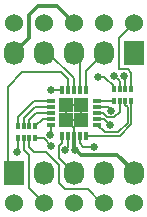
<source format=gbr>
G04 #@! TF.FileFunction,Copper,L1,Top,Signal*
%FSLAX46Y46*%
G04 Gerber Fmt 4.6, Leading zero omitted, Abs format (unit mm)*
G04 Created by KiCad (PCBNEW 4.0.2+dfsg1-stable) date Tue 16 May 2017 12:42:15 BST*
%MOMM*%
G01*
G04 APERTURE LIST*
%ADD10C,0.100000*%
%ADD11R,0.730000X0.300000*%
%ADD12R,0.300000X0.730000*%
%ADD13R,1.250000X1.250000*%
%ADD14R,0.400000X0.500000*%
%ADD15R,0.300000X0.500000*%
%ADD16C,1.524000*%
%ADD17R,1.727200X2.032000*%
%ADD18O,1.727200X2.032000*%
%ADD19C,0.650000*%
%ADD20C,0.152400*%
%ADD21C,0.300000*%
G04 APERTURE END LIST*
D10*
D11*
X193234000Y-108220000D03*
X193234000Y-108720000D03*
X193234000Y-109220000D03*
X193234000Y-109720000D03*
X193234000Y-110220000D03*
D12*
X194199000Y-111185000D03*
X194699000Y-111185000D03*
X195199000Y-111185000D03*
X195699000Y-111185000D03*
X196199000Y-111185000D03*
D11*
X197164000Y-110220000D03*
X197164000Y-109720000D03*
X197164000Y-109220000D03*
X197164000Y-108720000D03*
X197164000Y-108220000D03*
D12*
X196199000Y-107255000D03*
X195699000Y-107255000D03*
X195199000Y-107255000D03*
X194699000Y-107255000D03*
X194199000Y-107255000D03*
D13*
X195824000Y-109845000D03*
X195824000Y-108595000D03*
X194574000Y-109845000D03*
X194574000Y-108595000D03*
D14*
X191948500Y-110371000D03*
D15*
X190948500Y-110371000D03*
X191448500Y-110371000D03*
D14*
X190448500Y-110371000D03*
D15*
X191448500Y-111371000D03*
D14*
X191948500Y-111371000D03*
D15*
X190948500Y-111371000D03*
D14*
X190448500Y-111371000D03*
X198576500Y-108196000D03*
D15*
X199576500Y-108196000D03*
X199076500Y-108196000D03*
D14*
X200076500Y-108196000D03*
D15*
X199076500Y-107196000D03*
D14*
X198576500Y-107196000D03*
D15*
X199576500Y-107196000D03*
D14*
X200076500Y-107196000D03*
D16*
X190119000Y-116840000D03*
X192659000Y-116840000D03*
X195199000Y-116840000D03*
X197739000Y-116840000D03*
X200279000Y-116840000D03*
X200279000Y-101600000D03*
X197739000Y-101600000D03*
X195199000Y-101600000D03*
X192659000Y-101600000D03*
X190119000Y-101600000D03*
D17*
X190119000Y-114300000D03*
D18*
X192659000Y-114300000D03*
X195199000Y-114300000D03*
X197739000Y-114300000D03*
X200279000Y-114300000D03*
D17*
X200279000Y-104140000D03*
D18*
X197739000Y-104140000D03*
X195199000Y-104140000D03*
X192659000Y-104140000D03*
X190119000Y-104140000D03*
D19*
X196913500Y-112141000D03*
X195326000Y-112331500D03*
X193294000Y-107251500D03*
X193230500Y-111061500D03*
X198374000Y-109029500D03*
X190373000Y-112522000D03*
X193294000Y-112014000D03*
X199453500Y-106108500D03*
X198628000Y-106108500D03*
X197294500Y-106172000D03*
X198247000Y-110236000D03*
X194500500Y-112331500D03*
D20*
X195699000Y-111815500D02*
X195699000Y-111185000D01*
X195961000Y-112077500D02*
X195699000Y-111815500D01*
X196850000Y-112077500D02*
X195961000Y-112077500D01*
X196913500Y-112141000D02*
X196850000Y-112077500D01*
D21*
X195199000Y-101600000D02*
X193802000Y-100203000D01*
X193802000Y-100203000D02*
X192151000Y-100203000D01*
X192151000Y-100203000D02*
X191389000Y-100965000D01*
X191389000Y-100965000D02*
X191389000Y-102870000D01*
X191389000Y-102870000D02*
X190119000Y-104140000D01*
D20*
X190119000Y-104140000D02*
X190119000Y-103886000D01*
X195326000Y-112331500D02*
X195357750Y-112299750D01*
X195357750Y-112299750D02*
X195326000Y-112331500D01*
X195326000Y-112331500D02*
X195326000Y-112268000D01*
D21*
X200279000Y-114300000D02*
X200279000Y-114173000D01*
X200279000Y-114173000D02*
X198882000Y-112776000D01*
X195199000Y-112141000D02*
X195199000Y-111185000D01*
X195834000Y-112776000D02*
X195326000Y-112268000D01*
X195326000Y-112268000D02*
X195199000Y-112141000D01*
X198882000Y-112776000D02*
X195834000Y-112776000D01*
D20*
X195199000Y-111185000D02*
X195199000Y-110470000D01*
X195199000Y-110470000D02*
X194574000Y-109845000D01*
X194574000Y-109845000D02*
X194574000Y-108595000D01*
X194574000Y-108595000D02*
X195824000Y-108595000D01*
X195824000Y-108595000D02*
X195824000Y-109845000D01*
X195824000Y-109845000D02*
X194574000Y-109845000D01*
X190119000Y-114300000D02*
X190119000Y-113855500D01*
X190119000Y-113855500D02*
X189611000Y-113347500D01*
X189611000Y-113347500D02*
X189611000Y-106997500D01*
X189611000Y-106997500D02*
X190817500Y-105791000D01*
X190817500Y-105791000D02*
X194119500Y-105791000D01*
X194119500Y-105791000D02*
X194699000Y-106370500D01*
X194699000Y-106370500D02*
X194699000Y-107255000D01*
X193297500Y-107255000D02*
X194199000Y-107255000D01*
X193294000Y-107251500D02*
X193297500Y-107255000D01*
X193234000Y-110220000D02*
X193234000Y-111058000D01*
X193234000Y-111058000D02*
X193230500Y-111061500D01*
X194199000Y-111185000D02*
X194199000Y-111744000D01*
X193929000Y-113030000D02*
X195199000Y-114300000D01*
X193929000Y-112014000D02*
X193929000Y-113030000D01*
X194199000Y-111744000D02*
X193929000Y-112014000D01*
X195199000Y-114300000D02*
X195058556Y-114300000D01*
X195199000Y-114300000D02*
X195135500Y-114300000D01*
X195199000Y-107255000D02*
X195199000Y-106299000D01*
X195199000Y-106299000D02*
X193040000Y-104140000D01*
X193040000Y-104140000D02*
X192659000Y-104140000D01*
X195699000Y-107255000D02*
X195699000Y-104640000D01*
X195699000Y-104640000D02*
X195199000Y-104140000D01*
X196199000Y-107255000D02*
X196199000Y-105680000D01*
X196199000Y-105680000D02*
X197739000Y-104140000D01*
X197164000Y-108720000D02*
X198064500Y-108720000D01*
X198064500Y-108720000D02*
X198374000Y-109029500D01*
X190373000Y-112522000D02*
X190448500Y-112446500D01*
X190448500Y-112446500D02*
X190448500Y-111371000D01*
X190948500Y-111371000D02*
X190948500Y-112335500D01*
X191389000Y-115570000D02*
X192659000Y-116840000D01*
X191389000Y-112776000D02*
X191389000Y-115570000D01*
X190948500Y-112335500D02*
X191389000Y-112776000D01*
X191000000Y-111498000D02*
X190996000Y-111498000D01*
X191452500Y-111823500D02*
X191452500Y-111375000D01*
X191452500Y-111375000D02*
X191448500Y-111371000D01*
X197739000Y-116840000D02*
X197548500Y-116840000D01*
X197548500Y-116840000D02*
X196405500Y-115697000D01*
X191452500Y-112141000D02*
X191452500Y-111823500D01*
X191452500Y-111823500D02*
X191452500Y-111633000D01*
X191833500Y-112522000D02*
X191452500Y-112141000D01*
X192849500Y-112522000D02*
X191833500Y-112522000D01*
X193929000Y-113601500D02*
X192849500Y-112522000D01*
X193929000Y-115125500D02*
X193929000Y-113601500D01*
X194500500Y-115697000D02*
X193929000Y-115125500D01*
X196405500Y-115697000D02*
X194500500Y-115697000D01*
X191948500Y-111371000D02*
X192651000Y-111371000D01*
X192651000Y-111371000D02*
X193294000Y-112014000D01*
X191948500Y-111371000D02*
X191952500Y-111371000D01*
X200279000Y-116840000D02*
X199707500Y-116840000D01*
X200076500Y-107196000D02*
X200076500Y-105842500D01*
X199009000Y-102870000D02*
X200279000Y-101600000D01*
X199009000Y-105473500D02*
X199009000Y-102870000D01*
X199072500Y-105537000D02*
X199009000Y-105473500D01*
X199771000Y-105537000D02*
X199072500Y-105537000D01*
X200076500Y-105842500D02*
X199771000Y-105537000D01*
X200279000Y-101600000D02*
X199961500Y-101600000D01*
X199576500Y-107196000D02*
X199576500Y-106231500D01*
X199576500Y-106231500D02*
X199453500Y-106108500D01*
X199076500Y-107196000D02*
X199076500Y-106557000D01*
X199076500Y-106557000D02*
X198628000Y-106108500D01*
X198576500Y-107196000D02*
X198576500Y-106946000D01*
X198576500Y-106946000D02*
X197802500Y-106172000D01*
X197802500Y-106172000D02*
X197294500Y-106172000D01*
X193234000Y-109720000D02*
X192599500Y-109720000D01*
X192599500Y-109720000D02*
X191948500Y-110371000D01*
X193234000Y-108720000D02*
X191889000Y-108720000D01*
X190948500Y-109660500D02*
X190948500Y-110371000D01*
X191889000Y-108720000D02*
X190948500Y-109660500D01*
X193234000Y-109220000D02*
X192024000Y-109220000D01*
X191448500Y-109795500D02*
X191448500Y-110371000D01*
X192024000Y-109220000D02*
X191448500Y-109795500D01*
X193234000Y-108220000D02*
X191817500Y-108220000D01*
X190448500Y-109589000D02*
X190448500Y-110371000D01*
X191817500Y-108220000D02*
X190448500Y-109589000D01*
X197164000Y-108220000D02*
X198552500Y-108220000D01*
X198552500Y-108220000D02*
X198576500Y-108196000D01*
X197164000Y-108220000D02*
X197215000Y-108220000D01*
X197164000Y-110220000D02*
X197205802Y-110220000D01*
X197205802Y-110220000D02*
X197866000Y-110880198D01*
X199576500Y-108517500D02*
X199576500Y-108196000D01*
X199771698Y-108712698D02*
X199576500Y-108517500D01*
X199771698Y-110045500D02*
X199771698Y-108712698D01*
X198937000Y-110880198D02*
X199771698Y-110045500D01*
X197866000Y-110880198D02*
X198937000Y-110880198D01*
X197164000Y-110220000D02*
X197215000Y-110220000D01*
X197164000Y-109220000D02*
X197675500Y-109220000D01*
X199076500Y-109152500D02*
X199076500Y-108196000D01*
X198628000Y-109601000D02*
X199076500Y-109152500D01*
X198056500Y-109601000D02*
X198628000Y-109601000D01*
X197675500Y-109220000D02*
X198056500Y-109601000D01*
X196199000Y-111185000D02*
X199076000Y-111185000D01*
X200076500Y-110184500D02*
X200076500Y-108196000D01*
X199076000Y-111185000D02*
X200076500Y-110184500D01*
X197164000Y-109720000D02*
X197731000Y-109720000D01*
X197731000Y-109720000D02*
X198247000Y-110236000D01*
X194699000Y-112133000D02*
X194500500Y-112331500D01*
X194699000Y-112133000D02*
X194699000Y-111185000D01*
X195199000Y-116840000D02*
X195326000Y-116840000D01*
M02*

</source>
